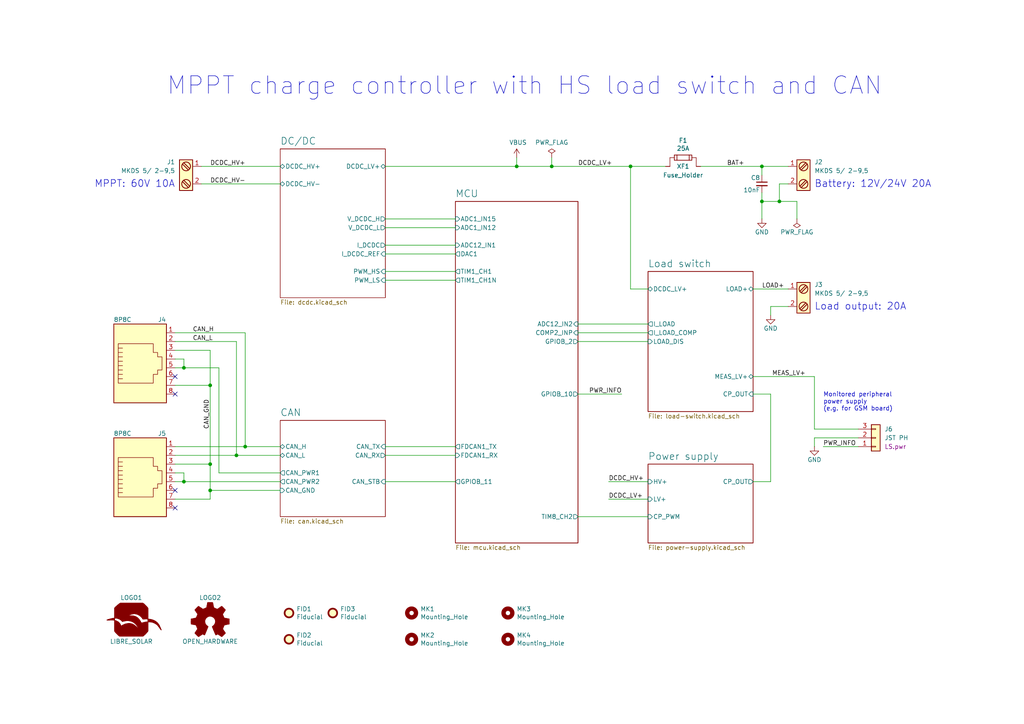
<source format=kicad_sch>
(kicad_sch (version 20250114) (generator "eeschema") (generator_version "9.0")
  (paper "A4")
  (title_block (title "MPPT 2420 HC") (date "2021-01-06") (rev "0.2.3") (company "Copyright © 2020 Libre Solar Technologies GmbH") (comment 1 "Licensed under CERN-OHL-W version 2") (comment 2 "Author: Martin Jäger"))
  (lib_symbols
    (symbol "Connector:8P8C" (pin_names (offset 1.016))
      (property "Reference" "J" (at -5.08 13.97 0))
      (property "Value" "8P8C" (at 2.54 13.97 0))
      (symbol "8P8C_1_1"
        (pin passive line (at 10.16 10.16 180) (length 2.54) (name "~") (number "8"))
        (pin passive line (at 10.16 7.62 180) (length 2.54) (name "~") (number "7"))
        (pin passive line (at 10.16 5.08 180) (length 2.54) (name "~") (number "6"))
        (pin passive line (at 10.16 2.54 180) (length 2.54) (name "~") (number "5"))
        (pin passive line (at 10.16 0 180) (length 2.54) (name "~") (number "4"))
        (pin passive line (at 10.16 -2.54 180) (length 2.54) (name "~") (number "3"))
        (pin passive line (at 10.16 -5.08 180) (length 2.54) (name "~") (number "2"))
        (pin passive line (at 10.16 -7.62 180) (length 2.54) (name "~") (number "1"))
      )
    )
    (symbol "Connector_Generic:Conn_01x03" (pin_names (offset 1.016) (hide yes))
      (property "Reference" "J" (at 0 5.08 0))
      (property "Value" "Conn_01x03" (at 0 -5.08 0))
      (symbol "Conn_01x03_1_1"
        (pin passive line (at -5.08 2.54 0) (length 3.81) (name "Pin_1") (number "1"))
        (pin passive line (at -5.08 0 0) (length 3.81) (name "Pin_2") (number "2"))
        (pin passive line (at -5.08 -2.54 0) (length 3.81) (name "Pin_3") (number "3"))
      )
    )
    (symbol "Graphic:Logo_Open_Hardware_Small" (in_bom no) (on_board no))
    (symbol "LibreSolar:Fuse_Holder" (pin_numbers (hide yes)) (pin_names (offset 0.254) (hide yes))
      (property "Reference" "XF" (at 0 1.905 0))
      (property "Value" "LibreSolar_Fuse_Holder" (at 0 -1.905 0))
      (symbol "Fuse_Holder_1_1"
        (pin passive line (at -5.08 0 0) (length 1.27) (name "~") (number "1"))
        (pin passive line (at 5.08 0 180) (length 1.27) (name "~") (number "2"))
      )
    )
    (symbol "LibreSolar:Fuse_PlugIn" (pin_numbers (hide yes)) (pin_names (offset 0.254) (hide yes))
      (property "Reference" "F" (at 0 1.905 0))
      (property "Value" "LibreSolar_Fuse_PlugIn" (at 0 -1.905 0))
    )
    (symbol "Mechanical:Fiducial" (in_bom no)
      (property "Reference" "FID" (at 0 5.08 0))
      (property "Value" "Fiducial" (at 0 3.175 0))
    )
    (symbol "Mechanical:MountingHole" (pin_names (offset 1.016)) (in_bom no)
      (property "Reference" "H" (at 0 5.08 0))
      (property "Value" "MountingHole" (at 0 3.175 0))
    )
    (symbol "Project:C" (pin_numbers (hide yes)) (pin_names (offset 0.254) (hide yes))
      (property "Reference" "C" (at 0.635 1.905 0))
      (property "Value" "C" (at 0.635 -1.905 0))
      (symbol "C_1_1"
        (pin passive line (at 0 2.54 270) (length 1.905) (name "~") (number "1"))
        (pin passive line (at 0 -2.54 90) (length 2.032) (name "~") (number "2"))
      )
    )
    (symbol "Project:LibreSolar_Logo" (pin_numbers (hide yes)) (pin_names (offset 1.016) (hide yes))
      (property "Reference" "LOGO" (at 0 6.985 0))
      (property "Value" "LibreSolar_Logo" (at 0 -5.715 0))
    )
    (symbol "Project:Screw_Terminal_1x02" (pin_names (offset 0.762) (hide yes))
      (property "Reference" "J" (at 0 6.35 0))
      (property "Value" "Screw_Terminal_1x02" (at -3.81 0 90))
      (symbol "Screw_Terminal_1x02_1_1"
        (pin passive line (at 5.08 2.54 180) (length 2.54) (name "~") (number "1"))
        (pin passive line (at 5.08 -2.54 180) (length 2.54) (name "~") (number "2"))
      )
    )
    (symbol "power:GND" (power) (pin_numbers (hide yes)) (pin_names (offset 0) (hide yes))
      (property "Value" "GND" (at 0 -3.81 0))
      (symbol "GND_1_1"
        (pin power_in line (at 0 0 270) (length 0) (name "~") (number "1"))
      )
    )
    (symbol "power:PWR_FLAG" (power) (pin_numbers (hide yes)) (pin_names (offset 0) (hide yes))
      (property "Value" "PWR_FLAG" (at 0 3.81 0))
      (symbol "PWR_FLAG_0_0"
        (pin power_out line (at 0 0 90) (length 0) (name "~") (number "1"))
      )
    )
    (symbol "power:VBUS" (power) (pin_numbers (hide yes)) (pin_names (offset 0) (hide yes))
      (property "Value" "VBUS" (at 0 3.556 0))
      (symbol "VBUS_1_1"
        (pin power_in line (at 0 0 90) (length 0) (name "~") (number "1"))
      )
    )
  )
  (text "Load output: 20A" (at 236.22 90.17 0) (effects (font (size 2.032 2.032)) (justify left bottom)))
  (text "MPPT: 60V 10A" (at 50.8 54.61 0) (effects (font (size 2.032 2.032)) (justify right bottom)))
  (text "MPPT charge controller with HS load switch and CAN" (at 48.26 27.94 0) (effects (font (size 5.08 5.08)) (justify left bottom)))
  (text "Monitored peripheral \npower supply\n(e.g. for GSM board)" (at 238.76 119.38 0) (effects (font (size 1.27 1.27)) (justify left bottom)))
  (text "Battery: 12V/24V 20A" (at 236.22 54.61 0) (effects (font (size 2.032 2.032)) (justify left bottom)))
  (junction (at 220.98 48.26))
  (junction (at 60.96 134.62))
  (junction (at 68.58 132.08))
  (junction (at 226.06 58.42))
  (junction (at 220.98 58.42))
  (junction (at 53.34 106.68))
  (junction (at 182.88 48.26))
  (junction (at 53.34 139.7))
  (junction (at 60.96 142.24))
  (junction (at 71.12 129.54))
  (junction (at 160.02 48.26))
  (junction (at 60.96 111.76))
  (junction (at 149.86 48.26))
  (no_connect (at 50.8 147.32))
  (no_connect (at 50.8 109.22))
  (no_connect (at 50.8 142.24))
  (no_connect (at 50.8 114.3))
  (wire (pts (xy 81.28 129.54) (xy 71.12 129.54)))
  (wire (pts (xy 231.14 58.42) (xy 226.06 58.42)))
  (wire (pts (xy 68.58 99.06) (xy 68.58 132.08)))
  (wire (pts (xy 111.76 78.74) (xy 132.08 78.74)))
  (wire (pts (xy 218.44 109.22) (xy 236.22 109.22)))
  (wire (pts (xy 149.86 45.72) (xy 149.86 48.26)))
  (wire (pts (xy 111.76 48.26) (xy 149.86 48.26)))
  (wire (pts (xy 160.02 45.72) (xy 160.02 48.26)))
  (wire (pts (xy 60.96 111.76) (xy 60.96 101.6)))
  (wire (pts (xy 248.92 127) (xy 236.22 127)))
  (wire (pts (xy 111.76 71.12) (xy 132.08 71.12)))
  (wire (pts (xy 187.96 99.06) (xy 167.64 99.06)))
  (wire (pts (xy 111.76 66.04) (xy 132.08 66.04)))
  (wire (pts (xy 50.8 106.68) (xy 53.34 106.68)))
  (wire (pts (xy 149.86 48.26) (xy 160.02 48.26)))
  (wire (pts (xy 58.42 48.26) (xy 81.28 48.26)))
  (wire (pts (xy 182.88 48.26) (xy 182.88 83.82)))
  (wire (pts (xy 218.44 83.82) (xy 228.6 83.82)))
  (wire (pts (xy 223.52 114.3) (xy 218.44 114.3)))
  (wire (pts (xy 81.28 137.16) (xy 63.5 137.16)))
  (wire (pts (xy 60.96 142.24) (xy 60.96 144.78)))
  (wire (pts (xy 68.58 132.08) (xy 81.28 132.08)))
  (wire (pts (xy 248.92 129.54) (xy 238.76 129.54)))
  (wire (pts (xy 132.08 73.66) (xy 111.76 73.66)))
  (wire (pts (xy 53.34 139.7) (xy 81.28 139.7)))
  (wire (pts (xy 50.8 101.6) (xy 60.96 101.6)))
  (wire (pts (xy 58.42 53.34) (xy 81.28 53.34)))
  (wire (pts (xy 50.8 129.54) (xy 71.12 129.54)))
  (wire (pts (xy 50.8 134.62) (xy 60.96 134.62)))
  (wire (pts (xy 60.96 142.24) (xy 60.96 134.62)))
  (wire (pts (xy 223.52 139.7) (xy 223.52 114.3)))
  (wire (pts (xy 53.34 106.68) (xy 63.5 106.68)))
  (wire (pts (xy 236.22 127) (xy 236.22 129.54)))
  (wire (pts (xy 160.02 48.26) (xy 182.88 48.26)))
  (wire (pts (xy 50.8 96.52) (xy 71.12 96.52)))
  (wire (pts (xy 50.8 104.14) (xy 53.34 104.14)))
  (wire (pts (xy 53.34 137.16) (xy 53.34 139.7)))
  (wire (pts (xy 50.8 132.08) (xy 68.58 132.08)))
  (wire (pts (xy 187.96 149.86) (xy 167.64 149.86)))
  (wire (pts (xy 167.64 114.3) (xy 180.34 114.3)))
  (wire (pts (xy 236.22 124.46) (xy 236.22 109.22)))
  (wire (pts (xy 231.14 63.5) (xy 231.14 58.42)))
  (wire (pts (xy 220.98 58.42) (xy 220.98 63.5)))
  (wire (pts (xy 236.22 124.46) (xy 248.92 124.46)))
  (wire (pts (xy 50.8 139.7) (xy 53.34 139.7)))
  (wire (pts (xy 228.6 53.34) (xy 226.06 53.34)))
  (wire (pts (xy 226.06 53.34) (xy 226.06 58.42)))
  (wire (pts (xy 50.8 111.76) (xy 60.96 111.76)))
  (wire (pts (xy 203.2 48.26) (xy 220.98 48.26)))
  (wire (pts (xy 187.96 144.78) (xy 176.53 144.78)))
  (wire (pts (xy 111.76 132.08) (xy 132.08 132.08)))
  (wire (pts (xy 132.08 63.5) (xy 111.76 63.5)))
  (wire (pts (xy 50.8 144.78) (xy 60.96 144.78)))
  (wire (pts (xy 111.76 139.7) (xy 132.08 139.7)))
  (wire (pts (xy 223.52 88.9) (xy 223.52 91.44)))
  (wire (pts (xy 60.96 134.62) (xy 60.96 111.76)))
  (wire (pts (xy 218.44 139.7) (xy 223.52 139.7)))
  (wire (pts (xy 226.06 58.42) (xy 220.98 58.42)))
  (wire (pts (xy 193.04 48.26) (xy 182.88 48.26)))
  (wire (pts (xy 228.6 48.26) (xy 220.98 48.26)))
  (wire (pts (xy 187.96 96.52) (xy 167.64 96.52)))
  (wire (pts (xy 111.76 129.54) (xy 132.08 129.54)))
  (wire (pts (xy 220.98 55.88) (xy 220.98 58.42)))
  (wire (pts (xy 50.8 137.16) (xy 53.34 137.16)))
  (wire (pts (xy 81.28 142.24) (xy 60.96 142.24)))
  (wire (pts (xy 187.96 93.98) (xy 167.64 93.98)))
  (wire (pts (xy 220.98 50.8) (xy 220.98 48.26)))
  (wire (pts (xy 63.5 137.16) (xy 63.5 106.68)))
  (wire (pts (xy 71.12 129.54) (xy 71.12 96.52)))
  (wire (pts (xy 187.96 139.7) (xy 176.53 139.7)))
  (wire (pts (xy 50.8 99.06) (xy 68.58 99.06)))
  (wire (pts (xy 132.08 81.28) (xy 111.76 81.28)))
  (wire (pts (xy 53.34 104.14) (xy 53.34 106.68)))
  (wire (pts (xy 182.88 83.82) (xy 187.96 83.82)))
  (wire (pts (xy 228.6 88.9) (xy 223.52 88.9)))
  (label "PWR_INFO" (at 238.76 129.54 0))
  (label "DCDC_LV+" (at 167.64 48.26 0))
  (label "DCDC_LV+" (at 176.53 144.78 0))
  (label "DCDC_HV-" (at 60.96 53.34 0))
  (label "CAN_L" (at 55.88 99.06 0))
  (label "DCDC_HV+" (at 176.53 139.7 0))
  (label "LOAD+" (at 220.98 83.82 0))
  (label "PWR_INFO" (at 180.34 114.3 180))
  (label "BAT+" (at 210.82 48.26 0))
  (label "CAN_H" (at 55.88 96.52 0))
  (label "DCDC_HV+" (at 60.96 48.26 0))
  (label "CAN_GND" (at 60.96 124.46 90))
  (label "MEAS_LV+" (at 233.68 109.22 180))
  (symbol (lib_id "Graphic:Logo_Open_Hardware_Small") (at 60.96 180.34 0) (unit 1)
    (property "Reference" "LOGO2" (at 60.96 173.355 0))
    (property "Value" "OPEN_HARDWARE" (at 60.96 186.055 0))
    (property "Footprint" "Symbol:OSHW-Logo_5.7x6mm_SilkScreen" (effects (hide yes)))
    (property "Config" "+info" (effects (hide yes)))
  )
  (symbol (lib_id "Project:LibreSolar_Logo") (at 38.1 180.34 0) (unit 1)
    (property "Reference" "LOGO1" (at 38.1 173.355 0))
    (property "Value" "LIBRE_SOLAR" (at 38.1 186.055 0))
    (property "Footprint" "LibreSolar:LIBRESOLAR_LOGO" (effects (hide yes)))
    (property "Config" "+info" (effects (hide yes)))
  )
  (symbol (lib_id "Mechanical:MountingHole") (at 119.38 177.8 0) (unit 1)
    (property "Reference" "MK1" (at 121.92 176.6316 0) (effects (justify left)))
    (property "Value" "Mounting_Hole" (at 121.92 178.943 0) (effects (justify left)))
    (property "Footprint" "MountingHole:MountingHole_3.2mm_M3" (effects (hide yes)))
    (property "Config" "+info" (effects (hide yes)))
  )
  (symbol (lib_id "Mechanical:MountingHole") (at 119.38 185.42 0) (unit 1)
    (property "Reference" "MK2" (at 121.92 184.2516 0) (effects (justify left)))
    (property "Value" "Mounting_Hole" (at 121.92 186.563 0) (effects (justify left)))
    (property "Footprint" "MountingHole:MountingHole_3.2mm_M3" (effects (hide yes)))
    (property "Config" "+info" (effects (hide yes)))
  )
  (symbol (lib_id "Mechanical:MountingHole") (at 147.32 177.8 0) (unit 1)
    (property "Reference" "MK3" (at 149.86 176.6316 0) (effects (justify left)))
    (property "Value" "Mounting_Hole" (at 149.86 178.943 0) (effects (justify left)))
    (property "Footprint" "MountingHole:MountingHole_3.2mm_M3" (effects (hide yes)))
    (property "Config" "+info" (effects (hide yes)))
  )
  (symbol (lib_id "Project:Screw_Terminal_1x02") (at 53.34 50.8 0) (unit 1)
    (property "Reference" "J1" (at 50.8 46.99 0) (effects (justify right)))
    (property "Value" "MKDS 5/ 2-9,5" (at 50.8 49.53 0) (effects (justify right)))
    (property "Footprint" "LibreSolar:Phoenix_Contact_MKDS_5-2-9,5" (effects (hide yes)))
    (property "Manufacturer" "Phoenix Contact" (effects (hide yes)))
    (property "PartNumber" "1714971" (effects (hide yes)))
    (property "Remarks" "Alternative: DECA MB910-952M" (effects (hide yes)))
  )
  (symbol (lib_id "Project:Screw_Terminal_1x02") (at 233.68 50.8 0) (mirror y) (unit 1)
    (property "Reference" "J2" (at 236.22 46.99 0) (effects (justify right)))
    (property "Value" "MKDS 5/ 2-9,5" (at 236.22 49.53 0) (effects (justify right)))
    (property "Footprint" "LibreSolar:Phoenix_Contact_MKDS_5-2-9,5" (effects (hide yes)))
    (property "Manufacturer" "Phoenix Contact" (effects (hide yes)))
    (property "PartNumber" "1714971" (effects (hide yes)))
    (property "Remarks" "Alternative: DECA MB910-952M" (effects (hide yes)))
  )
  (symbol (lib_id "Project:Screw_Terminal_1x02") (at 233.68 86.36 0) (mirror y) (unit 1)
    (property "Reference" "J3" (at 236.22 82.55 0) (effects (justify right)))
    (property "Value" "MKDS 5/ 2-9,5" (at 236.22 85.09 0) (effects (justify right)))
    (property "Footprint" "LibreSolar:Phoenix_Contact_MKDS_5-2-9,5" (effects (hide yes)))
    (property "Manufacturer" "Phoenix Contact" (effects (hide yes)))
    (property "PartNumber" "1714971" (effects (hide yes)))
    (property "Remarks" "Alternative: DECA MB910-952M" (effects (hide yes)))
  )
  (symbol (lib_id "power:GND") (at 236.22 129.54 0) (mirror y) (unit 1)
    (property "Reference" "#PWR05" (effects (hide yes)))
    (property "Value" "GND" (at 236.22 133.35 0))
  )
  (symbol (lib_id "Mechanical:Fiducial") (at 83.82 177.8 0) (unit 1)
    (property "Reference" "FID1" (at 85.979 176.6316 0) (effects (justify left)))
    (property "Value" "Fiducial" (at 85.979 178.943 0) (effects (justify left)))
    (property "Footprint" "LibreSolar:Fiducial_0.7mm" (effects (hide yes)))
    (property "Config" "+info" (effects (hide yes)))
  )
  (symbol (lib_id "Mechanical:Fiducial") (at 83.82 185.42 0) (unit 1)
    (property "Reference" "FID2" (at 85.979 184.2516 0) (effects (justify left)))
    (property "Value" "Fiducial" (at 85.979 186.563 0) (effects (justify left)))
    (property "Footprint" "LibreSolar:Fiducial_0.7mm" (effects (hide yes)))
    (property "Config" "+info" (effects (hide yes)))
  )
  (symbol (lib_id "Project:C") (at 220.98 53.34 0) (mirror y) (unit 1)
    (property "Reference" "C8" (at 220.472 51.562 0) (effects (justify left)))
    (property "Value" "10nF" (at 220.472 55.118 0) (effects (justify left)))
    (property "Footprint" "LibreSolar:C_0603_1608" (effects (hide yes)))
    (property "Manufacturer" "any" (effects (hide yes)))
    (property "Remarks" "100V, X7R" (effects (hide yes)))
  )
  (symbol (lib_id "LibreSolar:Fuse_PlugIn") (at 198.12 45.72 0) (unit 1)
    (property "Reference" "F1" (at 198.12 40.7416 0))
    (property "Value" "25A" (at 198.12 43.053 0))
    (property "Footprint" "LibreSolar:NULL" (effects (hide yes)))
    (property "Manufacturer" "Littelfuse" (effects (hide yes)))
    (property "PartNumber" "0287025.PXCN" (effects (hide yes)))
  )
  (symbol (lib_id "power:GND") (at 220.98 63.5 0) (unit 1)
    (property "Reference" "#PWR04" (effects (hide yes)))
    (property "Value" "GND" (at 220.98 67.31 0))
  )
  (symbol (lib_id "Mechanical:MountingHole") (at 147.32 185.42 0) (unit 1)
    (property "Reference" "MK4" (at 149.86 184.2516 0) (effects (justify left)))
    (property "Value" "Mounting_Hole" (at 149.86 186.563 0) (effects (justify left)))
    (property "Footprint" "MountingHole:MountingHole_3.2mm_M3" (effects (hide yes)))
    (property "Config" "+info" (effects (hide yes)))
  )
  (symbol (lib_id "Connector_Generic:Conn_01x03") (at 254 127 0) (mirror x) (unit 1)
    (property "Reference" "J6" (at 256.54 124.46 0) (effects (justify left)))
    (property "Value" "JST PH" (at 256.54 127 0) (effects (justify left)))
    (property "Footprint" "Connector_JST:JST_PH_B3B-PH-K_1x03_P2.00mm_Vertical" (effects (hide yes)))
    (property "Remarks" "LS.pwr" (at 256.54 129.54 0) (effects (justify left)))
    (property "Manufacturer" "JST" (effects (hide yes)))
    (property "PartNumber" "PH B3B-PH-K 1x3, pitch 2.0mm" (effects (hide yes)))
  )
  (symbol (lib_id "power:VBUS") (at 149.86 45.72 0) (unit 1)
    (property "Reference" "#PWR0116" (effects (hide yes)))
    (property "Value" "VBUS" (at 150.241 41.3258 0))
  )
  (symbol (lib_id "power:PWR_FLAG") (at 160.02 45.72 0) (unit 1)
    (property "Reference" "#FLG0102" (effects (hide yes)))
    (property "Value" "PWR_FLAG" (at 160.02 41.3258 0))
  )
  (symbol (lib_id "Connector:8P8C") (at 40.64 137.16 0) (mirror x) (unit 1)
    (property "Reference" "J5" (at 46.99 125.73 0))
    (property "Value" "8P8C" (at 35.56 125.73 0))
    (property "Footprint" "LibreSolar:RJ45_8P8C" (effects (hide yes)))
    (property "Config" "+can" (effects (hide yes)))
    (property "Manufacturer" "Amphenol FCI" (effects (hide yes)))
    (property "PartNumber" "54602-908LF" (effects (hide yes)))
  )
  (symbol (lib_id "Connector:8P8C") (at 40.64 104.14 0) (mirror x) (unit 1)
    (property "Reference" "J4" (at 46.99 92.71 0))
    (property "Value" "8P8C" (at 35.56 92.71 0))
    (property "Footprint" "LibreSolar:RJ45_8P8C" (effects (hide yes)))
    (property "Config" "+can" (effects (hide yes)))
    (property "Manufacturer" "Amphenol FCI" (effects (hide yes)))
    (property "PartNumber" "54602-908LF" (effects (hide yes)))
  )
  (symbol (lib_id "LibreSolar:Fuse_Holder") (at 198.12 48.26 0) (unit 1)
    (property "Reference" "XF1" (at 198.12 48.26 0))
    (property "Value" "Fuse_Holder" (at 198.12 50.8 0))
    (property "Footprint" "LibreSolar:Keystone-Fuse-3557-2" (effects (hide yes)))
    (property "Manufacturer" "Keystone" (effects (hide yes)))
    (property "PartNumber" "3557-2" (effects (hide yes)))
  )
  (symbol (lib_id "power:GND") (at 223.52 91.44 0) (unit 1)
    (property "Reference" "#PWR0114" (effects (hide yes)))
    (property "Value" "GND" (at 223.52 95.25 0))
  )
  (symbol (lib_id "power:PWR_FLAG") (at 231.14 63.5 180) (unit 1)
    (property "Reference" "#FLG0104" (effects (hide yes)))
    (property "Value" "PWR_FLAG" (at 231.14 67.31 0))
  )
  (symbol (lib_id "Mechanical:Fiducial") (at 96.52 177.8 0) (unit 1)
    (property "Reference" "FID3" (at 98.679 176.6316 0) (effects (justify left)))
    (property "Value" "Fiducial" (at 98.679 178.943 0) (effects (justify left)))
    (property "Footprint" "LibreSolar:Fiducial_0.7mm" (effects (hide yes)))
    (property "Config" "+info" (effects (hide yes)))
  )
  (sheet (at 81.28 43.18) (size 30.48 43.18)
    (property "Sheetname" "DC/DC" (at 81.28 42.0874 0) (effects (font (size 2.032 2.032)) (justify left bottom)))
    (property "Sheetfile" "dcdc.kicad_sch" (at 81.28 86.9446 0) (effects (justify left top)))
    (pin "V_DCDC_H" output (at 111.76 63.5 0))
    (pin "V_DCDC_L" output (at 111.76 66.04 0))
    (pin "I_DCDC" output (at 111.76 71.12 0))
    (pin "DCDC_HV+" bidirectional (at 81.28 48.26 180))
    (pin "DCDC_HV-" bidirectional (at 81.28 53.34 180))
    (pin "DCDC_LV+" bidirectional (at 111.76 48.26 0))
    (pin "PWM_HS" input (at 111.76 78.74 0))
    (pin "PWM_LS" input (at 111.76 81.28 0))
    (pin "I_DCDC_REF" input (at 111.76 73.66 0))
  )
  (sheet (at 132.08 58.42) (size 35.56 99.06)
    (property "Sheetname" "MCU" (at 132.08 57.3274 0) (effects (font (size 2.032 2.032)) (justify left bottom)))
    (property "Sheetfile" "mcu.kicad_sch" (at 132.08 158.0646 0) (effects (justify left top)))
    (pin "TIM1_CH1" output (at 132.08 78.74 180))
    (pin "TIM1_CH1N" output (at 132.08 81.28 180))
    (pin "DAC1" output (at 132.08 73.66 180))
    (pin "ADC1_IN15" input (at 132.08 63.5 180))
    (pin "ADC1_IN12" input (at 132.08 66.04 180))
    (pin "FDCAN1_RX" input (at 132.08 132.08 180))
    (pin "FDCAN1_TX" output (at 132.08 129.54 180))
    (pin "TIM8_CH2" output (at 167.64 149.86 0))
    (pin "COMP2_INP" input (at 167.64 96.52 0))
    (pin "GPIOB_11" output (at 132.08 139.7 180))
    (pin "GPIOB_2" output (at 167.64 99.06 0))
    (pin "GPIOB_10" output (at 167.64 114.3 0))
    (pin "ADC12_IN1" input (at 132.08 71.12 180))
    (pin "ADC12_IN2" input (at 167.64 93.98 0))
  )
  (sheet (at 187.96 134.62) (size 30.48 22.86)
    (property "Sheetname" "Power supply" (at 187.96 133.5274 0) (effects (font (size 2.032 2.032)) (justify left bottom)))
    (property "Sheetfile" "power-supply.kicad_sch" (at 187.96 158.0646 0) (effects (justify left top)))
    (pin "LV+" input (at 187.96 144.78 180))
    (pin "HV+" input (at 187.96 139.7 180))
    (pin "CP_PWM" input (at 187.96 149.86 180))
    (pin "CP_OUT" output (at 218.44 139.7 0))
  )
  (sheet (at 187.96 78.74) (size 30.48 40.64)
    (property "Sheetname" "Load switch" (at 187.96 77.6474 0) (effects (font (size 2.032 2.032)) (justify left bottom)))
    (property "Sheetfile" "load-switch.kicad_sch" (at 187.96 119.9646 0) (effects (justify left top)))
    (pin "LOAD+" bidirectional (at 218.44 83.82 0))
    (pin "LOAD_DIS" input (at 187.96 99.06 180))
    (pin "I_LOAD" output (at 187.96 93.98 180))
    (pin "I_LOAD_COMP" output (at 187.96 96.52 180))
    (pin "DCDC_LV+" bidirectional (at 187.96 83.82 180))
    (pin "CP_OUT" input (at 218.44 114.3 0))
    (pin "MEAS_LV+" bidirectional (at 218.44 109.22 0))
  )
  (sheet (at 81.28 121.92) (size 30.48 27.94)
    (property "Sheetname" "CAN" (at 81.28 120.8274 0) (effects (font (size 2.032 2.032)) (justify left bottom)))
    (property "Sheetfile" "can.kicad_sch" (at 81.28 150.4446 0) (effects (justify left top)))
    (pin "CAN_TX" input (at 111.76 129.54 0))
    (pin "CAN_RX" output (at 111.76 132.08 0))
    (pin "CAN_STB" input (at 111.76 139.7 0))
    (pin "CAN_PWR1" output (at 81.28 137.16 180))
    (pin "CAN_PWR2" output (at 81.28 139.7 180))
    (pin "CAN_GND" input (at 81.28 142.24 180))
    (pin "CAN_H" bidirectional (at 81.28 129.54 180))
    (pin "CAN_L" bidirectional (at 81.28 132.08 180))
  )
)
</source>
